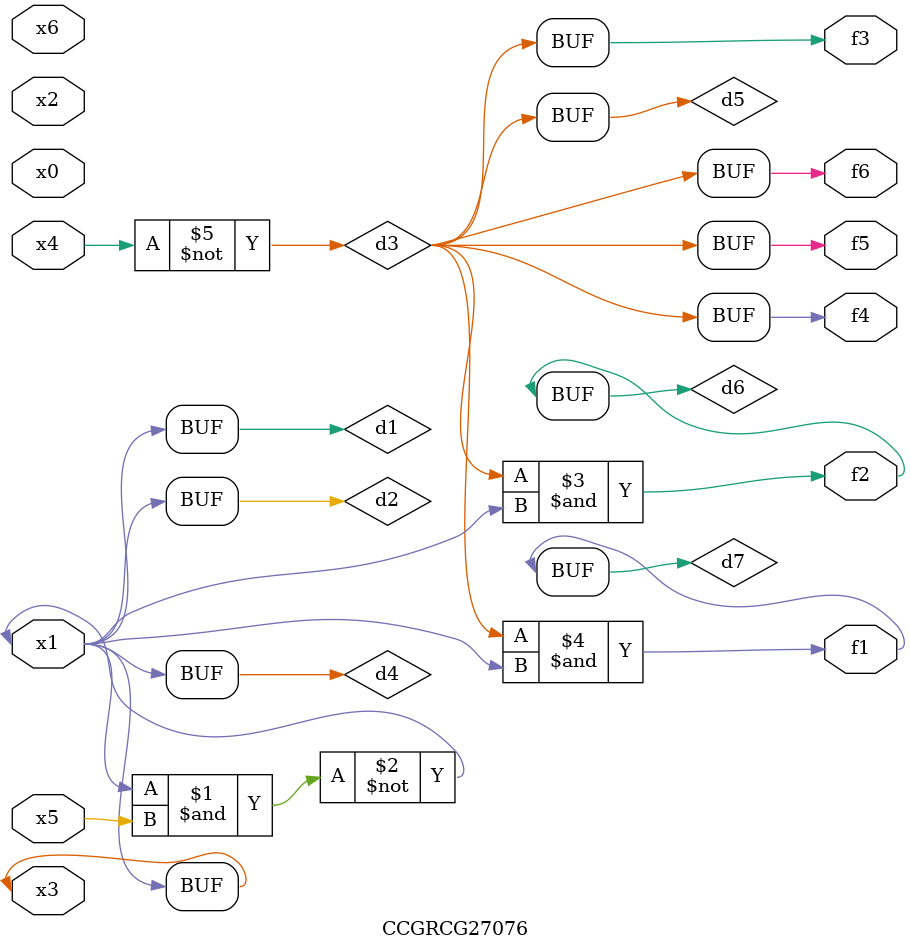
<source format=v>
module CCGRCG27076(
	input x0, x1, x2, x3, x4, x5, x6,
	output f1, f2, f3, f4, f5, f6
);

	wire d1, d2, d3, d4, d5, d6, d7;

	buf (d1, x1, x3);
	nand (d2, x1, x5);
	not (d3, x4);
	buf (d4, d1, d2);
	buf (d5, d3);
	and (d6, d3, d4);
	and (d7, d3, d4);
	assign f1 = d7;
	assign f2 = d6;
	assign f3 = d5;
	assign f4 = d5;
	assign f5 = d5;
	assign f6 = d5;
endmodule

</source>
